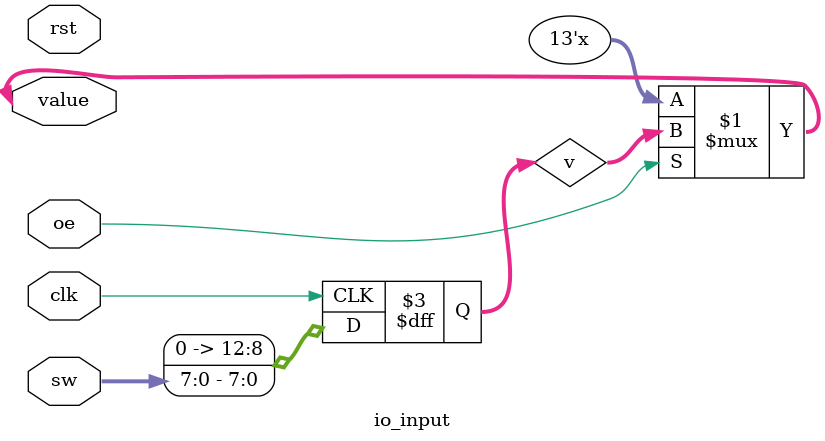
<source format=v>
`timescale 1us/1ns

module io_input(input clk, input oe, inout [12:0] value, input rst, input [7:0] sw);
   reg [12:0] v;
// Only drive output when asked
   assign value=oe?v:13'bz;
   
	// set v to next input value based on addr
   always @(posedge clk)
     begin
		v<={ 6'b0, sw };
     end

   
endmodule
</source>
